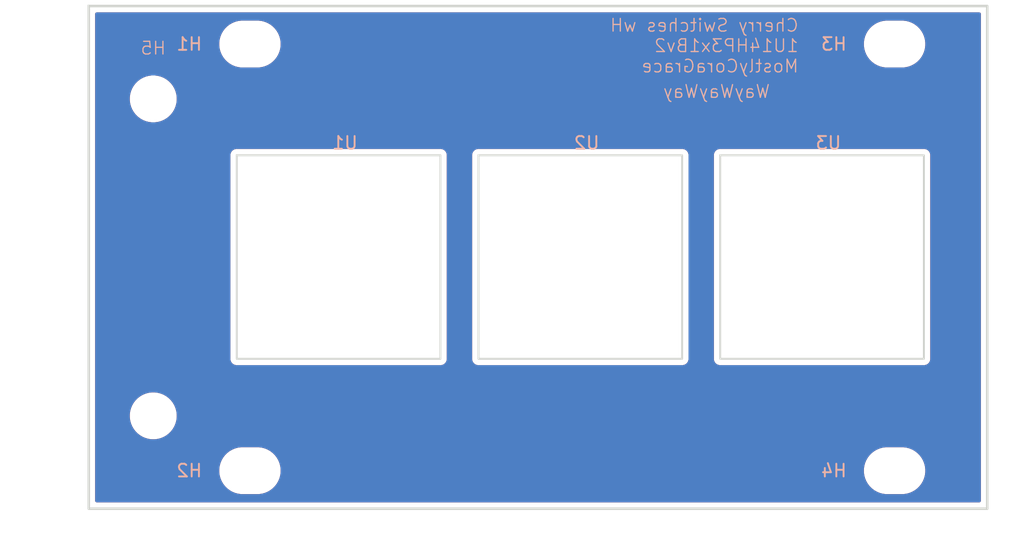
<source format=kicad_pcb>
(kicad_pcb (version 20241229) (generator "pcbnew") (generator_version "9.0")
  (layers (0 "F.Cu" signal) (2 "B.Cu" signal) (13 "F.Paste" user) (15 "B.Paste" user) (5 "F.SilkS" user "F.Silkscreen") (7 "B.SilkS" user "B.Silkscreen") (1 "F.Mask" user) (3 "B.Mask" user) (25 "Edge.Cuts" user))
  (net 0 "")
  (footprint "EXC:SW_Cherry_MX_1.00u_Clearance" (layer "F.Cu") (at 57.785 22.225)
    (property "Reference" "U3" (at 0.5 -9 0) (layer "B.SilkS") (effects (justify mirror)))
    (property "Value" "~")
    (fp_rect (start -8.025 -8.025) (end 8.025 8.025) (stroke (width 0.15)) (fill no) (layer "Edge.Cuts"))
  )
  (footprint "EXC:Handle_1UM3P25_A" (layer "F.Cu") (at 5.08 9.75)
    (property "Reference" "H5" (at 0 -4 0) (layer "B.SilkS") (effects (font (thickness 0.1)) (justify mirror)))
    (property "Value" "Handle_1UM3P25_PanelMount_A")
    (pad "" np_thru_hole circle (at 0 0) (size 3.2 3.2) (drill 3.2) (layers "*.Cu" "*.Mask"))
    (pad "" np_thru_hole circle (at 0 25) (size 3.2 3.2) (drill 3.2) (layers "*.Cu" "*.Mask"))
  )
  (footprint "EXC:MountingHole_3.2mm_M3" (layer "F.Cu") (at 63.5 5.425)
    (property "Reference" "H3" (at -3.683 0 0) (layer "B.SilkS") (effects (justify left mirror)))
    (property "Value" "Eurorack_M3_MountingHole")
    (pad "" np_thru_hole oval (at 0 0) (size 4.34 3.2) (drill oval 4.34 3.2) (layers "*.Cu" "*.Mask"))
  )
  (footprint "EXC:MountingHole_3.2mm_M3" (layer "F.Cu") (at 12.7 5.425)
    (property "Reference" "H1" (at -3.683 0 0) (layer "B.SilkS") (effects (justify left mirror)))
    (property "Value" "Eurorack_M3_MountingHole")
    (pad "" np_thru_hole oval (at 0 0) (size 4.34 3.2) (drill oval 4.34 3.2) (layers "*.Cu" "*.Mask"))
  )
  (footprint "EXC:SW_Cherry_MX_1.00u_Clearance" (layer "F.Cu") (at 19.685 22.225)
    (property "Reference" "U1" (at 0.5 -9 0) (layer "B.SilkS") (effects (justify mirror)))
    (property "Value" "~")
    (fp_rect (start -8.025 -8.025) (end 8.025 8.025) (stroke (width 0.15)) (fill no) (layer "Edge.Cuts"))
  )
  (footprint "EXC:MountingHole_3.2mm_M3" (layer "F.Cu") (at 12.7 39.075)
    (property "Reference" "H2" (at -3.683 0 0) (layer "B.SilkS") (effects (justify left mirror)))
    (property "Value" "Eurorack_M3_MountingHole")
    (pad "" np_thru_hole oval (at 0 0) (size 4.34 3.2) (drill oval 4.34 3.2) (layers "*.Cu" "*.Mask"))
  )
  (footprint "EXC:SW_Cherry_MX_1.00u_Clearance" (layer "F.Cu") (at 38.735 22.225)
    (property "Reference" "U2" (at 0.5 -9 0) (layer "B.SilkS") (effects (justify mirror)))
    (property "Value" "~")
    (fp_rect (start -8.025 -8.025) (end 8.025 8.025) (stroke (width 0.15)) (fill no) (layer "Edge.Cuts"))
  )
  (footprint "EXC:MountingHole_3.2mm_M3" (layer "F.Cu") (at 63.5 39.075)
    (property "Reference" "H4" (at -3.683 0 0) (layer "B.SilkS") (effects (justify left mirror)))
    (property "Value" "Eurorack_M3_MountingHole")
    (pad "" np_thru_hole oval (at 0 0) (size 4.34 3.2) (drill oval 4.34 3.2) (layers "*.Cu" "*.Mask"))
  )
  (gr_rect (start 0 2.425) (end 70.8 42.075) (stroke (width 0.2)) (fill no) (layer "Edge.Cuts"))
  (gr_text "WayWayWay" (at 53.75 9.75 0) (layer "B.SilkS") (effects (font (size 1 1) (thickness 0.1)) (justify left bottom mirror)))
  (gr_text "Cherry Switches wH\n1U14HP3x1Bv2\nMostlyCoraGrace" (at 56 7.75 0) (layer "B.SilkS") (effects (font (size 1 1) (thickness 0.1)) (justify left bottom mirror)))
  (zone (net 0) (net_name "") (layers "F.Cu" "B.Cu") (connect_pads (clearance 0.5)) (min_thickness 0.25) (fill yes (thermal_gap 0.5) (thermal_bridge_width 0.5) (island_removal_mode 1) (island_area_min 10))
    (polygon (pts (xy 0 2.5) (xy 70.75 2.5) (xy 70.75 42) (xy 0 42)))
  )
)
</source>
